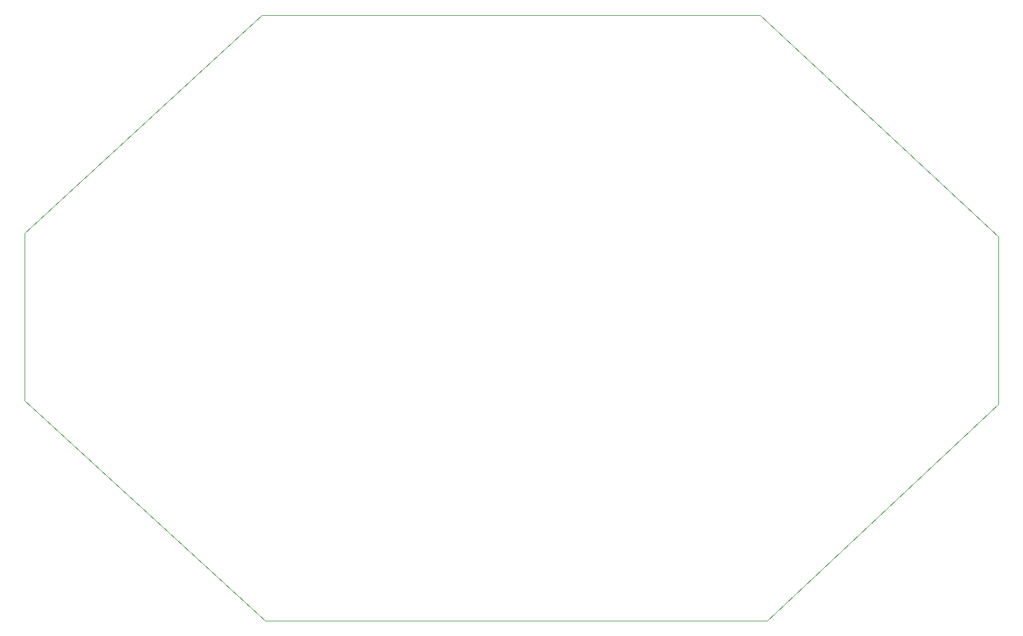
<source format=gbr>
%TF.GenerationSoftware,KiCad,Pcbnew,(6.0.7)*%
%TF.CreationDate,2024-09-04T15:34:51-05:00*%
%TF.ProjectId,MainBoard,4d61696e-426f-4617-9264-2e6b69636164,rev?*%
%TF.SameCoordinates,Original*%
%TF.FileFunction,Profile,NP*%
%FSLAX46Y46*%
G04 Gerber Fmt 4.6, Leading zero omitted, Abs format (unit mm)*
G04 Created by KiCad (PCBNEW (6.0.7)) date 2024-09-04 15:34:51*
%MOMM*%
%LPD*%
G01*
G04 APERTURE LIST*
%TA.AperFunction,Profile*%
%ADD10C,0.100000*%
%TD*%
G04 APERTURE END LIST*
D10*
X72700000Y-82760000D02*
X72700000Y-106980000D01*
X107000000Y-51280000D02*
X179000000Y-51280000D01*
X107500000Y-138780000D02*
X72700000Y-106980000D01*
X213500000Y-107490000D02*
X180000000Y-138780000D01*
X72700000Y-82760000D02*
X107000000Y-51280000D01*
X179000000Y-51280000D02*
X213500000Y-83270000D01*
X180000000Y-138780000D02*
X107500000Y-138780000D01*
X213500000Y-107490000D02*
X213500000Y-83270000D01*
M02*

</source>
